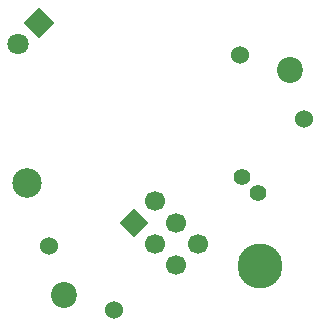
<source format=gbr>
%TF.GenerationSoftware,KiCad,Pcbnew,7.0.9*%
%TF.CreationDate,2024-01-20T09:14:40+10:00*%
%TF.ProjectId,BRAKE-PRES-V01,4252414b-452d-4505-9245-532d5630312e,rev?*%
%TF.SameCoordinates,Original*%
%TF.FileFunction,Soldermask,Bot*%
%TF.FilePolarity,Negative*%
%FSLAX46Y46*%
G04 Gerber Fmt 4.6, Leading zero omitted, Abs format (unit mm)*
G04 Created by KiCad (PCBNEW 7.0.9) date 2024-01-20 09:14:40*
%MOMM*%
%LPD*%
G01*
G04 APERTURE LIST*
G04 Aperture macros list*
%AMHorizOval*
0 Thick line with rounded ends*
0 $1 width*
0 $2 $3 position (X,Y) of the first rounded end (center of the circle)*
0 $4 $5 position (X,Y) of the second rounded end (center of the circle)*
0 Add line between two ends*
20,1,$1,$2,$3,$4,$5,0*
0 Add two circle primitives to create the rounded ends*
1,1,$1,$2,$3*
1,1,$1,$4,$5*%
%AMRotRect*
0 Rectangle, with rotation*
0 The origin of the aperture is its center*
0 $1 length*
0 $2 width*
0 $3 Rotation angle, in degrees counterclockwise*
0 Add horizontal line*
21,1,$1,$2,0,0,$3*%
G04 Aperture macros list end*
%ADD10RotRect,1.700000X1.700000X45.000000*%
%ADD11HorizOval,1.700000X0.000000X0.000000X0.000000X0.000000X0*%
%ADD12C,1.400000*%
%ADD13HorizOval,1.400000X0.000000X0.000000X0.000000X0.000000X0*%
%ADD14C,2.200000*%
%ADD15C,2.500000*%
%ADD16C,3.800000*%
%ADD17C,1.524000*%
%ADD18RotRect,1.800000X1.800000X225.000000*%
%ADD19C,1.800000*%
G04 APERTURE END LIST*
D10*
%TO.C,J1*%
X106150000Y-80600000D03*
D11*
X107946051Y-78803949D03*
X107946051Y-82396051D03*
X109742102Y-80600000D03*
X109742102Y-84192102D03*
X111538154Y-82396051D03*
%TD*%
D12*
%TO.C,R1*%
X115310100Y-76710100D03*
D13*
X116653603Y-78053603D03*
%TD*%
D14*
%TO.C,M1*%
X100237386Y-86762614D03*
D15*
X97055405Y-77216673D03*
D14*
X119329269Y-67670731D03*
D16*
X116854395Y-84287740D03*
D17*
X98982271Y-82573006D03*
X104426994Y-88017729D03*
X120584383Y-71860339D03*
X115139661Y-66415617D03*
%TD*%
D18*
%TO.C,D1*%
X98151600Y-63698400D03*
D19*
X96355549Y-65494451D03*
%TD*%
M02*

</source>
